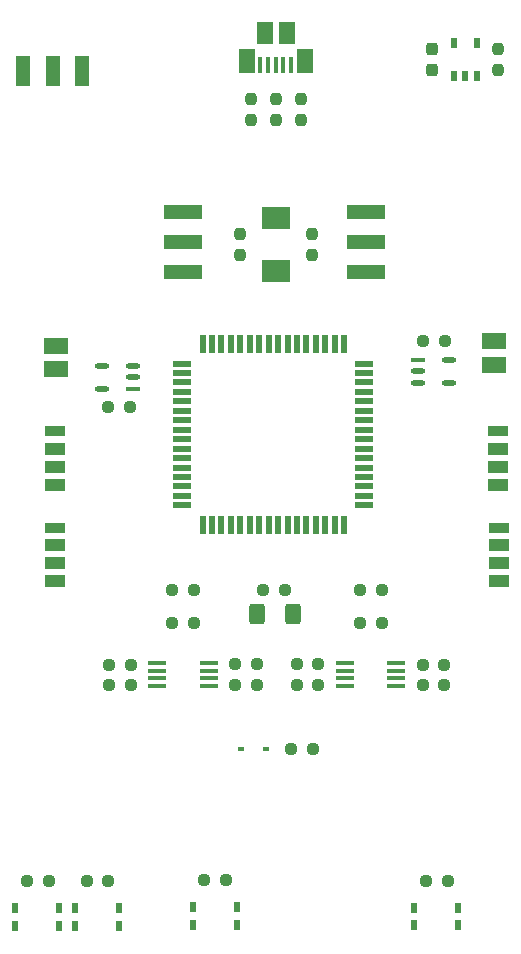
<source format=gbr>
%TF.GenerationSoftware,KiCad,Pcbnew,(6.0.6)*%
%TF.CreationDate,2022-08-04T23:16:20-07:00*%
%TF.ProjectId,Smart Floor Register,536d6172-7420-4466-9c6f-6f7220526567,rev?*%
%TF.SameCoordinates,Original*%
%TF.FileFunction,Paste,Top*%
%TF.FilePolarity,Positive*%
%FSLAX46Y46*%
G04 Gerber Fmt 4.6, Leading zero omitted, Abs format (unit mm)*
G04 Created by KiCad (PCBNEW (6.0.6)) date 2022-08-04 23:16:20*
%MOMM*%
%LPD*%
G01*
G04 APERTURE LIST*
G04 Aperture macros list*
%AMRoundRect*
0 Rectangle with rounded corners*
0 $1 Rounding radius*
0 $2 $3 $4 $5 $6 $7 $8 $9 X,Y pos of 4 corners*
0 Add a 4 corners polygon primitive as box body*
4,1,4,$2,$3,$4,$5,$6,$7,$8,$9,$2,$3,0*
0 Add four circle primitives for the rounded corners*
1,1,$1+$1,$2,$3*
1,1,$1+$1,$4,$5*
1,1,$1+$1,$6,$7*
1,1,$1+$1,$8,$9*
0 Add four rect primitives between the rounded corners*
20,1,$1+$1,$2,$3,$4,$5,0*
20,1,$1+$1,$4,$5,$6,$7,0*
20,1,$1+$1,$6,$7,$8,$9,0*
20,1,$1+$1,$8,$9,$2,$3,0*%
G04 Aperture macros list end*
%ADD10R,1.524000X0.431800*%
%ADD11R,0.508000X0.889000*%
%ADD12RoundRect,0.237500X0.250000X0.237500X-0.250000X0.237500X-0.250000X-0.237500X0.250000X-0.237500X0*%
%ADD13RoundRect,0.250000X-0.400000X-0.625000X0.400000X-0.625000X0.400000X0.625000X-0.400000X0.625000X0*%
%ADD14RoundRect,0.237500X-0.237500X0.250000X-0.237500X-0.250000X0.237500X-0.250000X0.237500X0.250000X0*%
%ADD15RoundRect,0.237500X-0.250000X-0.237500X0.250000X-0.237500X0.250000X0.237500X-0.250000X0.237500X0*%
%ADD16R,1.200000X2.500000*%
%ADD17RoundRect,0.237500X0.237500X-0.250000X0.237500X0.250000X-0.237500X0.250000X-0.237500X-0.250000X0*%
%ADD18RoundRect,0.237500X0.237500X-0.287500X0.237500X0.287500X-0.237500X0.287500X-0.237500X-0.287500X0*%
%ADD19R,1.756000X0.965900*%
%ADD20R,1.756000X0.982950*%
%ADD21R,0.600000X0.450000*%
%ADD22R,1.219200X0.457200*%
%ADD23O,1.219200X0.457200*%
%ADD24R,2.012000X1.465900*%
%ADD25R,0.450000X1.380000*%
%ADD26R,1.475000X2.100000*%
%ADD27R,1.375000X1.900000*%
%ADD28R,0.508000X0.914400*%
%ADD29R,2.400000X1.900000*%
%ADD30R,3.180000X1.270000*%
%ADD31R,1.500000X0.550000*%
%ADD32R,0.550000X1.500000*%
G04 APERTURE END LIST*
D10*
%TO.C,U3*%
X129609498Y-122723001D03*
X129609498Y-123372999D03*
X129609498Y-124023001D03*
X129609498Y-124672999D03*
X133952898Y-124672999D03*
X133952898Y-124023001D03*
X133952898Y-123372999D03*
X133952898Y-122723001D03*
%TD*%
%TO.C,U2*%
X113747198Y-122723001D03*
X113747198Y-123372999D03*
X113747198Y-124023001D03*
X113747198Y-124672999D03*
X118090598Y-124672999D03*
X118090598Y-124023001D03*
X118090598Y-123372999D03*
X118090598Y-122723001D03*
%TD*%
D11*
%TO.C,SW4*%
X105431199Y-144996601D03*
X105431199Y-143496599D03*
X101731201Y-144996601D03*
X101731201Y-143496599D03*
%TD*%
%TO.C,SW3*%
X116774901Y-143394999D03*
X116774901Y-144895001D03*
X120474899Y-143394999D03*
X120474899Y-144895001D03*
%TD*%
%TO.C,SW2*%
X110504299Y-144971201D03*
X110504299Y-143471199D03*
X106804301Y-144971201D03*
X106804301Y-143471199D03*
%TD*%
%TO.C,SW1*%
X139213199Y-144945801D03*
X139213199Y-143445799D03*
X135513201Y-144945801D03*
X135513201Y-143445799D03*
%TD*%
D12*
%TO.C,R4*%
X122165398Y-122809000D03*
X120340398Y-122809000D03*
%TD*%
%TO.C,R12*%
X122165398Y-124587000D03*
X120340398Y-124587000D03*
%TD*%
%TO.C,R7*%
X126896500Y-130048000D03*
X125071500Y-130048000D03*
%TD*%
D13*
%TO.C,R8*%
X122148000Y-118618000D03*
X125248000Y-118618000D03*
%TD*%
D14*
%TO.C,R16*%
X125904566Y-74957300D03*
X125904566Y-76782300D03*
%TD*%
D15*
%TO.C,R13*%
X125534698Y-122809000D03*
X127359698Y-122809000D03*
%TD*%
D16*
%TO.C,S1*%
X107402000Y-72600000D03*
X104902000Y-72600000D03*
X102402000Y-72600000D03*
%TD*%
D14*
%TO.C,C5*%
X142621000Y-70715500D03*
X142621000Y-72540500D03*
%TD*%
%TO.C,C2*%
X126847600Y-86375400D03*
X126847600Y-88200400D03*
%TD*%
D12*
%TO.C,R11*%
X138027698Y-124587000D03*
X136202698Y-124587000D03*
%TD*%
D17*
%TO.C,R22*%
X121695434Y-76782300D03*
X121695434Y-74957300D03*
%TD*%
D18*
%TO.C,L1*%
X137033000Y-72503000D03*
X137033000Y-70753000D03*
%TD*%
D15*
%TO.C,C4*%
X136247500Y-95504000D03*
X138072500Y-95504000D03*
%TD*%
D19*
%TO.C,A4*%
X142622000Y-103124000D03*
D20*
X142622000Y-104632525D03*
X142622000Y-106132525D03*
X142622000Y-107632525D03*
%TD*%
D12*
%TO.C,R9*%
X124558500Y-116586000D03*
X122733500Y-116586000D03*
%TD*%
D21*
%TO.C,D1*%
X122970000Y-130048000D03*
X120870000Y-130048000D03*
%TD*%
D19*
%TO.C,A1*%
X105062000Y-103124000D03*
D20*
X105062000Y-104632525D03*
X105062000Y-106132525D03*
X105062000Y-107632525D03*
%TD*%
D22*
%TO.C,U4*%
X111660300Y-99502001D03*
D23*
X111660300Y-98552000D03*
X111660300Y-97601999D03*
X109040300Y-97601999D03*
X109040300Y-99502001D03*
%TD*%
D24*
%TO.C,J1*%
X105204000Y-95873352D03*
X105204000Y-97856302D03*
%TD*%
D25*
%TO.C,J3*%
X122474200Y-72079300D03*
X123124200Y-72079300D03*
X123774200Y-72079300D03*
X124424200Y-72079300D03*
X125074200Y-72079300D03*
D26*
X121311700Y-71719300D03*
D27*
X122836700Y-69419300D03*
X124711700Y-69419300D03*
D26*
X126236700Y-71719300D03*
%TD*%
D28*
%TO.C,U6*%
X138877040Y-73025000D03*
X139827000Y-73025000D03*
X140776960Y-73025000D03*
X140776960Y-70231000D03*
X138877040Y-70231000D03*
%TD*%
D14*
%TO.C,C1*%
X120751600Y-86375400D03*
X120751600Y-88200400D03*
%TD*%
D12*
%TO.C,R2*%
X111497398Y-122885200D03*
X109672398Y-122885200D03*
%TD*%
%TO.C,R17*%
X138354750Y-141224000D03*
X136529750Y-141224000D03*
%TD*%
D15*
%TO.C,R19*%
X107753501Y-141196000D03*
X109578501Y-141196000D03*
%TD*%
D12*
%TO.C,R14*%
X138027698Y-122936000D03*
X136202698Y-122936000D03*
%TD*%
D29*
%TO.C,Y1*%
X123799600Y-89524400D03*
X123799600Y-85024400D03*
%TD*%
D24*
%TO.C,J2*%
X142288000Y-95483827D03*
X142288000Y-97466777D03*
%TD*%
D19*
%TO.C,A3*%
X142660000Y-111267475D03*
D20*
X142660000Y-112776000D03*
X142660000Y-114276000D03*
X142660000Y-115776000D03*
%TD*%
D30*
%TO.C,M2*%
X131372000Y-84518000D03*
X131372000Y-87058000D03*
X131372000Y-89598000D03*
%TD*%
%TO.C,M1*%
X115922400Y-89628500D03*
X115922400Y-87088500D03*
X115922400Y-84548500D03*
%TD*%
D14*
%TO.C,R21*%
X123800000Y-74957300D03*
X123800000Y-76782300D03*
%TD*%
D12*
%TO.C,R10*%
X132738500Y-119380000D03*
X130913500Y-119380000D03*
%TD*%
%TO.C,R15*%
X132738500Y-116586000D03*
X130913500Y-116586000D03*
%TD*%
D15*
%TO.C,R3*%
X109672398Y-124587000D03*
X111497398Y-124587000D03*
%TD*%
%TO.C,R20*%
X102719500Y-141224000D03*
X104544500Y-141224000D03*
%TD*%
%TO.C,R18*%
X117737500Y-141139000D03*
X119562500Y-141139000D03*
%TD*%
D19*
%TO.C,A2*%
X105062000Y-111267475D03*
D20*
X105062000Y-112776000D03*
X105062000Y-114276000D03*
X105062000Y-115776000D03*
%TD*%
D12*
%TO.C,C3*%
X111402500Y-101092000D03*
X109577500Y-101092000D03*
%TD*%
D22*
%TO.C,U5*%
X135850000Y-97093999D03*
D23*
X135850000Y-98044000D03*
X135850000Y-98994001D03*
X138470000Y-98994001D03*
X138470000Y-97093999D03*
%TD*%
D15*
%TO.C,R5*%
X125534698Y-124587000D03*
X127359698Y-124587000D03*
%TD*%
%TO.C,R6*%
X115015000Y-119380000D03*
X116840000Y-119380000D03*
%TD*%
%TO.C,R1*%
X115013100Y-116586000D03*
X116838100Y-116586000D03*
%TD*%
D31*
%TO.C,U1*%
X131271000Y-109378000D03*
X131271000Y-108578000D03*
X131271000Y-107778000D03*
X131271000Y-106978000D03*
X131271000Y-106178000D03*
X131271000Y-105378000D03*
X131271000Y-104578000D03*
X131271000Y-103778000D03*
X131271000Y-102978000D03*
X131271000Y-102178000D03*
X131271000Y-101378000D03*
X131271000Y-100578000D03*
X131271000Y-99778000D03*
X131271000Y-98978000D03*
X131271000Y-98178000D03*
X131271000Y-97378000D03*
D32*
X129571000Y-95678000D03*
X128771000Y-95678000D03*
X127971000Y-95678000D03*
X127171000Y-95678000D03*
X126371000Y-95678000D03*
X125571000Y-95678000D03*
X124771000Y-95678000D03*
X123971000Y-95678000D03*
X123171000Y-95678000D03*
X122371000Y-95678000D03*
X121571000Y-95678000D03*
X120771000Y-95678000D03*
X119971000Y-95678000D03*
X119171000Y-95678000D03*
X118371000Y-95678000D03*
X117571000Y-95678000D03*
D31*
X115871000Y-97378000D03*
X115871000Y-98178000D03*
X115871000Y-98978000D03*
X115871000Y-99778000D03*
X115871000Y-100578000D03*
X115871000Y-101378000D03*
X115871000Y-102178000D03*
X115871000Y-102978000D03*
X115871000Y-103778000D03*
X115871000Y-104578000D03*
X115871000Y-105378000D03*
X115871000Y-106178000D03*
X115871000Y-106978000D03*
X115871000Y-107778000D03*
X115871000Y-108578000D03*
X115871000Y-109378000D03*
D32*
X117571000Y-111078000D03*
X118371000Y-111078000D03*
X119171000Y-111078000D03*
X119971000Y-111078000D03*
X120771000Y-111078000D03*
X121571000Y-111078000D03*
X122371000Y-111078000D03*
X123171000Y-111078000D03*
X123971000Y-111078000D03*
X124771000Y-111078000D03*
X125571000Y-111078000D03*
X126371000Y-111078000D03*
X127171000Y-111078000D03*
X127971000Y-111078000D03*
X128771000Y-111078000D03*
X129571000Y-111078000D03*
%TD*%
M02*

</source>
